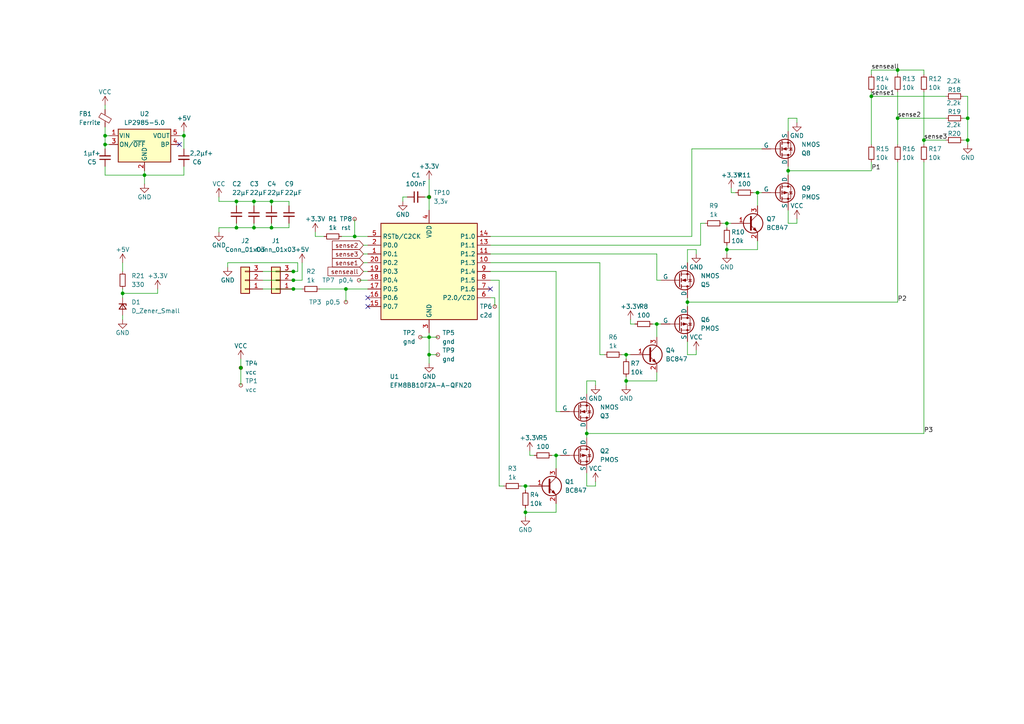
<source format=kicad_sch>
(kicad_sch (version 20230121) (generator eeschema)
  (paper "A4")
  (lib_symbols
    (symbol "Connector:TestPoint_Small" (pin_numbers hide) (pin_names (offset 0.762) hide)
      (property "Reference" "TP" (at 0 3.81 0))
      (property "Value" "TestPoint_Small" (at 0 2.032 0))
      (symbol "TestPoint_Small_0_1"
        (circle (center 0 0) (radius 0.508))
      )
      (symbol "TestPoint_Small_1_1"
        (pin passive line (at 0 0 90) (length 0) (name "1") (number "1"))
      )
    )
    (symbol "Connector_Generic:Conn_01x03" (pin_names (offset 1.016) hide)
      (property "Reference" "J" (at 0 5.08 0))
      (property "Value" "Conn_01x03" (at 0 -5.08 0))
      (symbol "Conn_01x03_1_1"
        (rectangle (start -1.27 -2.413) (end 0 -2.667) (stroke (width 0.1524)))
        (rectangle (start -1.27 0.127) (end 0 -0.127) (stroke (width 0.1524)))
        (rectangle (start -1.27 2.667) (end 0 2.413) (stroke (width 0.1524)))
        (rectangle (start -1.27 3.81) (end 1.27 -3.81) (stroke (width 0.254)) (fill (type background)))
        (pin passive line (at -5.08 2.54 0) (length 3.81) (name "Pin_1") (number "1"))
        (pin passive line (at -5.08 0 0) (length 3.81) (name "Pin_2") (number "2"))
        (pin passive line (at -5.08 -2.54 0) (length 3.81) (name "Pin_3") (number "3"))
      )
    )
    (symbol "Device:C_Small" (pin_numbers hide) (pin_names (offset 0.254) hide)
      (property "Reference" "C" (at 0.254 1.778 0))
      (property "Value" "C_Small" (at 0.254 -2.032 0))
      (symbol "C_Small_0_1"
        (polyline (pts (xy -1.524 -0.508) (xy 1.524 -0.508)) (stroke (width 0.3302)))
        (polyline (pts (xy -1.524 0.508) (xy 1.524 0.508)) (stroke (width 0.3048)))
      )
      (symbol "C_Small_1_1"
        (pin passive line (at 0 2.54 270) (length 2.032) (name "~") (number "1"))
        (pin passive line (at 0 -2.54 90) (length 2.032) (name "~") (number "2"))
      )
    )
    (symbol "Device:D_Zener_Small" (pin_numbers hide) (pin_names (offset 0.254) hide)
      (property "Reference" "D" (at 0 2.286 0))
      (property "Value" "D_Zener_Small" (at 0 -2.286 0))
      (symbol "D_Zener_Small_0_1"
        (polyline (pts (xy 0.762 0) (xy -0.762 0)))
        (polyline (pts (xy -0.254 1.016) (xy -0.762 1.016) (xy -0.762 -1.016)) (stroke (width 0.254)))
        (polyline (pts (xy 0.762 1.016) (xy -0.762 0) (xy 0.762 -1.016) (xy 0.762 1.016)) (stroke (width 0.254)))
      )
      (symbol "D_Zener_Small_1_1"
        (pin passive line (at -2.54 0 0) (length 1.778) (name "K") (number "1"))
        (pin passive line (at 2.54 0 180) (length 1.778) (name "A") (number "2"))
      )
    )
    (symbol "Device:FerriteBead_Small" (pin_numbers hide) (pin_names (offset 0))
      (property "Reference" "FB" (at 1.905 1.27 0))
      (property "Value" "FerriteBead_Small" (at 1.905 -1.27 0))
      (symbol "FerriteBead_Small_0_1"
        (polyline (pts (xy 0 -1.27) (xy 0 -0.7874)))
        (polyline (pts (xy 0 0.889) (xy 0 1.2954)))
        (polyline (pts (xy -1.8288 0.2794) (xy -1.1176 1.4986) (xy 1.8288 -0.2032) (xy 1.1176 -1.4224) (xy -1.8288 0.2794)))
      )
      (symbol "FerriteBead_Small_1_1"
        (pin passive line (at 0 2.54 270) (length 1.27) (name "~") (number "1"))
        (pin passive line (at 0 -2.54 90) (length 1.27) (name "~") (number "2"))
      )
    )
    (symbol "Device:R_Small" (pin_numbers hide) (pin_names (offset 0.254) hide)
      (property "Reference" "R" (at 0.762 0.508 0))
      (property "Value" "R_Small" (at 0.762 -1.016 0))
      (symbol "R_Small_0_1"
        (rectangle (start -0.762 1.778) (end 0.762 -1.778) (stroke (width 0.2032)))
      )
      (symbol "R_Small_1_1"
        (pin passive line (at 0 2.54 270) (length 0.762) (name "~") (number "1"))
        (pin passive line (at 0 -2.54 90) (length 0.762) (name "~") (number "2"))
      )
    )
    (symbol "MCU_SiliconLabs:EFM8BB10F2A-A-QFN20"
      (property "Reference" "U" (at -13.97 15.24 0))
      (property "Value" "EFM8BB10F2A-A-QFN20" (at 1.27 15.24 0))
      (symbol "EFM8BB10F2A-A-QFN20_0_1"
        (rectangle (start -13.97 13.97) (end 13.97 -13.97) (stroke (width 0.254)) (fill (type background)))
        (pin bidirectional line (at -17.78 5.08 0) (length 3.81) (name "P0.1") (number "1"))
        (pin bidirectional line (at 17.78 2.54 180) (length 3.81) (name "P1.3") (number "10"))
        (pin bidirectional line (at 17.78 5.08 180) (length 3.81) (name "P1.2") (number "11"))
        (pin passive line (at 0 -17.78 90) (length 3.81) hide (name "GND") (number "12"))
        (pin bidirectional line (at 17.78 7.62 180) (length 3.81) (name "P1.1") (number "13"))
        (pin bidirectional line (at 17.78 10.16 180) (length 3.81) (name "P1.0") (number "14"))
        (pin bidirectional line (at -17.78 -10.16 0) (length 3.81) (name "P0.7") (number "15"))
        (pin bidirectional line (at -17.78 -7.62 0) (length 3.81) (name "P0.6") (number "16"))
        (pin bidirectional line (at -17.78 -5.08 0) (length 3.81) (name "P0.5") (number "17"))
        (pin bidirectional line (at -17.78 -2.54 0) (length 3.81) (name "P0.4") (number "18"))
        (pin bidirectional line (at -17.78 0 0) (length 3.81) (name "P0.3") (number "19"))
        (pin bidirectional line (at -17.78 7.62 0) (length 3.81) (name "P0.0") (number "2"))
        (pin bidirectional line (at -17.78 2.54 0) (length 3.81) (name "P0.2") (number "20"))
        (pin passive line (at 0 -17.78 90) (length 3.81) hide (name "GND") (number "21"))
        (pin power_in line (at 0 -17.78 90) (length 3.81) (name "GND") (number "3"))
        (pin power_in line (at 0 17.78 270) (length 3.81) (name "VDD") (number "4"))
        (pin input line (at -17.78 10.16 0) (length 3.81) (name "RSTb/C2CK") (number "5"))
        (pin bidirectional line (at 17.78 -7.62 180) (length 3.81) (name "P2.0/C2D") (number "6"))
        (pin bidirectional line (at 17.78 -5.08 180) (length 3.81) (name "P1.6") (number "7"))
        (pin bidirectional line (at 17.78 -2.54 180) (length 3.81) (name "P1.5") (number "8"))
        (pin bidirectional line (at 17.78 0 180) (length 3.81) (name "P1.4") (number "9"))
      )
    )
    (symbol "Regulator_Linear:LP2985-5.0" (pin_names (offset 0.254))
      (property "Reference" "U" (at -6.35 5.715 0))
      (property "Value" "LP2985-5.0" (at 0 5.715 0))
      (symbol "LP2985-5.0_0_1"
        (rectangle (start -7.62 -5.08) (end 7.62 4.445) (stroke (width 0.254)) (fill (type background)))
      )
      (symbol "LP2985-5.0_1_1"
        (pin power_in line (at -10.16 2.54 0) (length 2.54) (name "VIN") (number "1"))
        (pin power_in line (at 0 -7.62 90) (length 2.54) (name "GND") (number "2"))
        (pin input line (at -10.16 0 0) (length 2.54) (name "ON/~{OFF}") (number "3"))
        (pin input line (at 10.16 0 180) (length 2.54) (name "BP") (number "4"))
        (pin power_out line (at 10.16 2.54 180) (length 2.54) (name "VOUT") (number "5"))
      )
    )
    (symbol "Simulation_SPICE:NMOS" (pin_numbers hide) (pin_names (offset 0))
      (property "Reference" "Q" (at 5.08 1.27 0))
      (property "Value" "NMOS" (at 5.08 -1.27 0))
      (symbol "NMOS_0_1"
        (polyline (pts (xy 0.254 0) (xy -2.54 0)))
        (polyline (pts (xy 0.254 1.905) (xy 0.254 -1.905)) (stroke (width 0.254)))
        (polyline (pts (xy 0.762 -1.27) (xy 0.762 -2.286)) (stroke (width 0.254)))
        (polyline (pts (xy 0.762 0.508) (xy 0.762 -0.508)) (stroke (width 0.254)))
        (polyline (pts (xy 0.762 2.286) (xy 0.762 1.27)) (stroke (width 0.254)))
        (polyline (pts (xy 2.54 2.54) (xy 2.54 1.778)))
        (polyline (pts (xy 2.54 -2.54) (xy 2.54 0) (xy 0.762 0)))
        (polyline (pts (xy 0.762 -1.778) (xy 3.302 -1.778) (xy 3.302 1.778) (xy 0.762 1.778)))
        (polyline (pts (xy 1.016 0) (xy 2.032 0.381) (xy 2.032 -0.381) (xy 1.016 0)) (fill (type outline)))
        (polyline (pts (xy 2.794 0.508) (xy 2.921 0.381) (xy 3.683 0.381) (xy 3.81 0.254)))
        (polyline (pts (xy 3.302 0.381) (xy 2.921 -0.254) (xy 3.683 -0.254) (xy 3.302 0.381)))
        (circle (center 1.651 0) (radius 2.794) (stroke (width 0.254)))
        (circle (center 2.54 -1.778) (radius 0.254) (fill (type outline)))
        (circle (center 2.54 1.778) (radius 0.254) (fill (type outline)))
      )
      (symbol "NMOS_1_1"
        (pin passive line (at 2.54 5.08 270) (length 2.54) (name "D") (number "1"))
        (pin input line (at -5.08 0 0) (length 2.54) (name "G") (number "2"))
        (pin passive line (at 2.54 -5.08 90) (length 2.54) (name "S") (number "3"))
      )
    )
    (symbol "Simulation_SPICE:PMOS" (pin_numbers hide) (pin_names (offset 0))
      (property "Reference" "Q" (at 5.08 1.27 0))
      (property "Value" "PMOS" (at 5.08 -1.27 0))
      (symbol "PMOS_0_1"
        (polyline (pts (xy 0.254 0) (xy -2.54 0)))
        (polyline (pts (xy 0.254 1.905) (xy 0.254 -1.905)) (stroke (width 0.254)))
        (polyline (pts (xy 0.762 -1.27) (xy 0.762 -2.286)) (stroke (width 0.254)))
        (polyline (pts (xy 0.762 0.508) (xy 0.762 -0.508)) (stroke (width 0.254)))
        (polyline (pts (xy 0.762 2.286) (xy 0.762 1.27)) (stroke (width 0.254)))
        (polyline (pts (xy 2.54 2.54) (xy 2.54 1.778)))
        (polyline (pts (xy 2.54 -2.54) (xy 2.54 0) (xy 0.762 0)))
        (polyline (pts (xy 0.762 1.778) (xy 3.302 1.778) (xy 3.302 -1.778) (xy 0.762 -1.778)))
        (polyline (pts (xy 2.286 0) (xy 1.27 0.381) (xy 1.27 -0.381) (xy 2.286 0)) (fill (type outline)))
        (polyline (pts (xy 2.794 -0.508) (xy 2.921 -0.381) (xy 3.683 -0.381) (xy 3.81 -0.254)))
        (polyline (pts (xy 3.302 -0.381) (xy 2.921 0.254) (xy 3.683 0.254) (xy 3.302 -0.381)))
        (circle (center 1.651 0) (radius 2.794) (stroke (width 0.254)))
        (circle (center 2.54 -1.778) (radius 0.254) (fill (type outline)))
        (circle (center 2.54 1.778) (radius 0.254) (fill (type outline)))
      )
      (symbol "PMOS_1_1"
        (pin passive line (at 2.54 5.08 270) (length 2.54) (name "D") (number "1"))
        (pin input line (at -5.08 0 0) (length 2.54) (name "G") (number "2"))
        (pin passive line (at 2.54 -5.08 90) (length 2.54) (name "S") (number "3"))
      )
    )
    (symbol "Transistor_BJT:BC847" (pin_names (offset 0) hide)
      (property "Reference" "Q" (at 5.08 1.905 0))
      (property "Value" "BC847" (at 5.08 0 0))
      (symbol "BC847_0_1"
        (polyline (pts (xy 0.635 0.635) (xy 2.54 2.54)))
        (polyline (pts (xy 0.635 -0.635) (xy 2.54 -2.54) (xy 2.54 -2.54)))
        (polyline (pts (xy 0.635 1.905) (xy 0.635 -1.905) (xy 0.635 -1.905)) (stroke (width 0.508)))
        (polyline (pts (xy 1.27 -1.778) (xy 1.778 -1.27) (xy 2.286 -2.286) (xy 1.27 -1.778) (xy 1.27 -1.778)) (fill (type outline)))
        (circle (center 1.27 0) (radius 2.8194) (stroke (width 0.254)))
      )
      (symbol "BC847_1_1"
        (pin input line (at -5.08 0 0) (length 5.715) (name "B") (number "1"))
        (pin passive line (at 2.54 -5.08 90) (length 2.54) (name "E") (number "2"))
        (pin passive line (at 2.54 5.08 270) (length 2.54) (name "C") (number "3"))
      )
    )
    (symbol "power:+3.3V" (power) (pin_names (offset 0))
      (property "Value" "+3.3V" (at 0 3.556 0))
      (symbol "+3.3V_0_1"
        (polyline (pts (xy -0.762 1.27) (xy 0 2.54)))
        (polyline (pts (xy 0 0) (xy 0 2.54)))
        (polyline (pts (xy 0 2.54) (xy 0.762 1.27)))
      )
      (symbol "+3.3V_1_1"
        (pin power_in line (at 0 0 90) (length 0) hide (name "+3.3V") (number "1"))
      )
    )
    (symbol "power:+5V" (power) (pin_names (offset 0))
      (property "Value" "+5V" (at 0 3.556 0))
      (symbol "+5V_0_1"
        (polyline (pts (xy -0.762 1.27) (xy 0 2.54)))
        (polyline (pts (xy 0 0) (xy 0 2.54)))
        (polyline (pts (xy 0 2.54) (xy 0.762 1.27)))
      )
      (symbol "+5V_1_1"
        (pin power_in line (at 0 0 90) (length 0) hide (name "+5V") (number "1"))
      )
    )
    (symbol "power:GND" (power) (pin_names (offset 0))
      (property "Value" "GND" (at 0 -3.81 0))
      (symbol "GND_0_1"
        (polyline (pts (xy 0 0) (xy 0 -1.27) (xy 1.27 -1.27) (xy 0 -2.54) (xy -1.27 -1.27) (xy 0 -1.27)))
      )
      (symbol "GND_1_1"
        (pin power_in line (at 0 0 270) (length 0) hide (name "GND") (number "1"))
      )
    )
    (symbol "power:VCC" (power) (pin_names (offset 0))
      (property "Value" "VCC" (at 0 3.81 0))
      (symbol "VCC_0_1"
        (polyline (pts (xy -0.762 1.27) (xy 0 2.54)))
        (polyline (pts (xy 0 0) (xy 0 2.54)))
        (polyline (pts (xy 0 2.54) (xy 0.762 1.27)))
      )
      (symbol "VCC_1_1"
        (pin power_in line (at 0 0 90) (length 0) hide (name "VCC") (number "1"))
      )
    )
  )
  (junction (at 190.5 93.98))
  (junction (at 260.35 20.32))
  (junction (at 41.91 50.8))
  (junction (at 219.71 55.88))
  (junction (at 252.73 27.94))
  (junction (at 152.4 148.59))
  (junction (at 199.39 87.63))
  (junction (at 210.82 64.77))
  (junction (at 35.56 85.09))
  (junction (at 69.85 106.68))
  (junction (at 181.61 102.87))
  (junction (at 124.46 97.79))
  (junction (at 181.61 110.49))
  (junction (at 280.67 40.64))
  (junction (at 68.58 58.42))
  (junction (at 100.33 83.82))
  (junction (at 124.46 57.15))
  (junction (at 228.6 49.53))
  (junction (at 78.74 58.42))
  (junction (at 78.74 66.04))
  (junction (at 260.35 34.29))
  (junction (at 53.34 39.37))
  (junction (at 85.09 83.82))
  (junction (at 68.58 66.04))
  (junction (at 85.09 78.74))
  (junction (at 73.66 58.42))
  (junction (at 30.48 39.37))
  (junction (at 73.66 66.04))
  (junction (at 267.97 40.64))
  (junction (at 102.87 68.58))
  (junction (at 161.29 132.08))
  (junction (at 152.4 140.97))
  (junction (at 85.09 81.28))
  (junction (at 170.18 125.73))
  (junction (at 280.67 34.29))
  (junction (at 30.48 41.91))
  (junction (at 210.82 72.39))
  (junction (at 124.46 102.87))
  (no_connect (at 106.68 88.9))
  (no_connect (at 52.07 41.91))
  (no_connect (at 106.68 86.36))
  (no_connect (at 142.24 83.82))
  (wire (pts (xy 172.72 140.97) (xy 170.18 140.97)))
  (wire (pts (xy 124.46 97.79) (xy 124.46 96.52)))
  (wire (pts (xy 124.46 102.87) (xy 127 102.87)))
  (wire (pts (xy 105.41 78.74) (xy 106.68 78.74)))
  (wire (pts (xy 162.56 119.38) (xy 161.29 119.38)))
  (wire (pts (xy 161.29 78.74) (xy 142.24 78.74)))
  (wire (pts (xy 228.6 60.96) (xy 228.6 64.77)))
  (wire (pts (xy 86.36 76.2) (xy 66.04 76.2)))
  (wire (pts (xy 203.2 64.77) (xy 203.2 71.12)))
  (wire (pts (xy 201.93 102.87) (xy 199.39 102.87)))
  (wire (pts (xy 144.78 140.97) (xy 144.78 81.28)))
  (wire (pts (xy 63.5 58.42) (xy 68.58 58.42)))
  (wire (pts (xy 190.5 73.66) (xy 142.24 73.66)))
  (wire (pts (xy 260.35 87.63) (xy 199.39 87.63)))
  (wire (pts (xy 41.91 50.8) (xy 53.34 50.8)))
  (wire (pts (xy 170.18 125.73) (xy 170.18 127)))
  (wire (pts (xy 76.2 81.28) (xy 85.09 81.28)))
  (wire (pts (xy 73.66 66.04) (xy 68.58 66.04)))
  (wire (pts (xy 124.46 102.87) (xy 124.46 97.79)))
  (wire (pts (xy 143.51 88.9) (xy 143.51 86.36)))
  (wire (pts (xy 199.39 87.63) (xy 199.39 88.9)))
  (wire (pts (xy 30.48 36.83) (xy 30.48 39.37)))
  (wire (pts (xy 267.97 20.32) (xy 260.35 20.32)))
  (wire (pts (xy 228.6 49.53) (xy 252.73 49.53)))
  (wire (pts (xy 78.74 66.04) (xy 83.82 66.04)))
  (wire (pts (xy 53.34 48.26) (xy 53.34 50.8)))
  (wire (pts (xy 199.39 72.39) (xy 199.39 76.2)))
  (wire (pts (xy 267.97 46.99) (xy 267.97 125.73)))
  (wire (pts (xy 231.14 64.77) (xy 228.6 64.77)))
  (wire (pts (xy 152.4 140.97) (xy 153.67 140.97)))
  (wire (pts (xy 219.71 72.39) (xy 210.82 72.39)))
  (wire (pts (xy 30.48 30.48) (xy 30.48 31.75)))
  (wire (pts (xy 231.14 34.29) (xy 228.6 34.29)))
  (wire (pts (xy 73.66 59.69) (xy 73.66 58.42)))
  (wire (pts (xy 160.02 132.08) (xy 161.29 132.08)))
  (wire (pts (xy 228.6 49.53) (xy 228.6 50.8)))
  (wire (pts (xy 30.48 39.37) (xy 31.75 39.37)))
  (wire (pts (xy 31.75 41.91) (xy 30.48 41.91)))
  (wire (pts (xy 78.74 58.42) (xy 83.82 58.42)))
  (wire (pts (xy 181.61 110.49) (xy 181.61 109.22)))
  (wire (pts (xy 153.67 132.08) (xy 154.94 132.08)))
  (wire (pts (xy 260.35 46.99) (xy 260.35 87.63)))
  (wire (pts (xy 173.99 102.87) (xy 175.26 102.87)))
  (wire (pts (xy 267.97 40.64) (xy 274.32 40.64)))
  (wire (pts (xy 209.55 64.77) (xy 210.82 64.77)))
  (wire (pts (xy 152.4 149.86) (xy 152.4 148.59)))
  (wire (pts (xy 252.73 26.67) (xy 252.73 27.94)))
  (wire (pts (xy 172.72 140.97) (xy 172.72 139.7)))
  (wire (pts (xy 201.93 73.66) (xy 201.93 72.39)))
  (wire (pts (xy 228.6 34.29) (xy 228.6 38.1)))
  (wire (pts (xy 173.99 102.87) (xy 173.99 76.2)))
  (wire (pts (xy 124.46 57.15) (xy 124.46 60.96)))
  (wire (pts (xy 99.06 68.58) (xy 102.87 68.58)))
  (wire (pts (xy 144.78 81.28) (xy 142.24 81.28)))
  (wire (pts (xy 76.2 83.82) (xy 85.09 83.82)))
  (wire (pts (xy 91.44 67.31) (xy 91.44 68.58)))
  (wire (pts (xy 30.48 39.37) (xy 30.48 41.91)))
  (wire (pts (xy 52.07 39.37) (xy 53.34 39.37)))
  (wire (pts (xy 45.72 83.82) (xy 45.72 85.09)))
  (wire (pts (xy 203.2 71.12) (xy 142.24 71.12)))
  (wire (pts (xy 219.71 69.85) (xy 219.71 72.39)))
  (wire (pts (xy 231.14 64.77) (xy 231.14 63.5)))
  (wire (pts (xy 105.41 71.12) (xy 106.68 71.12)))
  (wire (pts (xy 73.66 64.77) (xy 73.66 66.04)))
  (wire (pts (xy 260.35 34.29) (xy 274.32 34.29)))
  (wire (pts (xy 267.97 40.64) (xy 267.97 41.91)))
  (wire (pts (xy 170.18 137.16) (xy 170.18 140.97)))
  (wire (pts (xy 219.71 59.69) (xy 219.71 55.88)))
  (wire (pts (xy 228.6 48.26) (xy 228.6 49.53)))
  (wire (pts (xy 173.99 76.2) (xy 142.24 76.2)))
  (wire (pts (xy 124.46 57.15) (xy 123.19 57.15)))
  (wire (pts (xy 267.97 26.67) (xy 267.97 40.64)))
  (wire (pts (xy 30.48 50.8) (xy 41.91 50.8)))
  (wire (pts (xy 78.74 66.04) (xy 73.66 66.04)))
  (wire (pts (xy 30.48 41.91) (xy 30.48 43.18)))
  (wire (pts (xy 219.71 55.88) (xy 220.98 55.88)))
  (wire (pts (xy 116.84 57.15) (xy 118.11 57.15)))
  (wire (pts (xy 151.13 140.97) (xy 152.4 140.97)))
  (wire (pts (xy 104.14 81.28) (xy 106.68 81.28)))
  (wire (pts (xy 152.4 140.97) (xy 152.4 142.24)))
  (wire (pts (xy 161.29 148.59) (xy 152.4 148.59)))
  (wire (pts (xy 279.4 40.64) (xy 280.67 40.64)))
  (wire (pts (xy 102.87 63.5) (xy 102.87 68.58)))
  (wire (pts (xy 252.73 21.59) (xy 252.73 20.32)))
  (wire (pts (xy 105.41 73.66) (xy 106.68 73.66)))
  (wire (pts (xy 170.18 124.46) (xy 170.18 125.73)))
  (wire (pts (xy 73.66 58.42) (xy 68.58 58.42)))
  (wire (pts (xy 280.67 41.91) (xy 280.67 40.64)))
  (wire (pts (xy 231.14 35.56) (xy 231.14 34.29)))
  (wire (pts (xy 190.5 97.79) (xy 190.5 93.98)))
  (wire (pts (xy 170.18 125.73) (xy 267.97 125.73)))
  (wire (pts (xy 69.85 106.68) (xy 69.85 111.76)))
  (wire (pts (xy 68.58 58.42) (xy 68.58 59.69)))
  (wire (pts (xy 190.5 110.49) (xy 181.61 110.49)))
  (wire (pts (xy 76.2 78.74) (xy 85.09 78.74)))
  (wire (pts (xy 92.71 83.82) (xy 100.33 83.82)))
  (wire (pts (xy 35.56 85.09) (xy 35.56 86.36)))
  (wire (pts (xy 30.48 48.26) (xy 30.48 50.8)))
  (wire (pts (xy 161.29 146.05) (xy 161.29 148.59)))
  (wire (pts (xy 260.35 34.29) (xy 260.35 41.91)))
  (wire (pts (xy 78.74 58.42) (xy 73.66 58.42)))
  (wire (pts (xy 91.44 68.58) (xy 93.98 68.58)))
  (wire (pts (xy 172.72 110.49) (xy 170.18 110.49)))
  (wire (pts (xy 121.92 97.79) (xy 124.46 97.79)))
  (wire (pts (xy 153.67 130.81) (xy 153.67 132.08)))
  (wire (pts (xy 182.88 93.98) (xy 184.15 93.98)))
  (wire (pts (xy 267.97 21.59) (xy 267.97 20.32)))
  (wire (pts (xy 85.09 81.28) (xy 87.63 81.28)))
  (wire (pts (xy 41.91 50.8) (xy 41.91 53.34)))
  (wire (pts (xy 102.87 68.58) (xy 106.68 68.58)))
  (wire (pts (xy 124.46 52.07) (xy 124.46 57.15)))
  (wire (pts (xy 212.09 55.88) (xy 213.36 55.88)))
  (wire (pts (xy 199.39 99.06) (xy 199.39 102.87)))
  (wire (pts (xy 45.72 85.09) (xy 35.56 85.09)))
  (wire (pts (xy 35.56 76.2) (xy 35.56 78.74)))
  (wire (pts (xy 100.33 83.82) (xy 106.68 83.82)))
  (wire (pts (xy 200.66 43.18) (xy 200.66 68.58)))
  (wire (pts (xy 180.34 102.87) (xy 181.61 102.87)))
  (wire (pts (xy 63.5 66.04) (xy 63.5 67.31)))
  (wire (pts (xy 35.56 92.71) (xy 35.56 91.44)))
  (wire (pts (xy 204.47 64.77) (xy 203.2 64.77)))
  (wire (pts (xy 181.61 102.87) (xy 181.61 104.14)))
  (wire (pts (xy 279.4 34.29) (xy 280.67 34.29)))
  (wire (pts (xy 212.09 54.61) (xy 212.09 55.88)))
  (wire (pts (xy 83.82 66.04) (xy 83.82 64.77)))
  (wire (pts (xy 252.73 20.32) (xy 260.35 20.32)))
  (wire (pts (xy 35.56 85.09) (xy 35.56 83.82)))
  (wire (pts (xy 85.09 78.74) (xy 86.36 78.74)))
  (wire (pts (xy 252.73 46.99) (xy 252.73 49.53)))
  (wire (pts (xy 280.67 40.64) (xy 280.67 34.29)))
  (wire (pts (xy 210.82 71.12) (xy 210.82 72.39)))
  (wire (pts (xy 172.72 111.76) (xy 172.72 110.49)))
  (wire (pts (xy 181.61 102.87) (xy 182.88 102.87)))
  (wire (pts (xy 142.24 86.36) (xy 143.51 86.36)))
  (wire (pts (xy 161.29 132.08) (xy 162.56 132.08)))
  (wire (pts (xy 85.09 83.82) (xy 87.63 83.82)))
  (wire (pts (xy 220.98 43.18) (xy 200.66 43.18)))
  (wire (pts (xy 190.5 81.28) (xy 191.77 81.28)))
  (wire (pts (xy 124.46 105.41) (xy 124.46 102.87)))
  (wire (pts (xy 218.44 55.88) (xy 219.71 55.88)))
  (wire (pts (xy 146.05 140.97) (xy 144.78 140.97)))
  (wire (pts (xy 68.58 66.04) (xy 63.5 66.04)))
  (wire (pts (xy 190.5 93.98) (xy 191.77 93.98)))
  (wire (pts (xy 280.67 27.94) (xy 279.4 27.94)))
  (wire (pts (xy 161.29 135.89) (xy 161.29 132.08)))
  (wire (pts (xy 53.34 38.1) (xy 53.34 39.37)))
  (wire (pts (xy 170.18 110.49) (xy 170.18 114.3)))
  (wire (pts (xy 66.04 76.2) (xy 66.04 77.47)))
  (wire (pts (xy 201.93 102.87) (xy 201.93 101.6)))
  (wire (pts (xy 280.67 34.29) (xy 280.67 27.94)))
  (wire (pts (xy 68.58 64.77) (xy 68.58 66.04)))
  (wire (pts (xy 69.85 104.14) (xy 69.85 106.68)))
  (wire (pts (xy 190.5 81.28) (xy 190.5 73.66)))
  (wire (pts (xy 116.84 58.42) (xy 116.84 57.15)))
  (wire (pts (xy 201.93 72.39) (xy 199.39 72.39)))
  (wire (pts (xy 78.74 64.77) (xy 78.74 66.04)))
  (wire (pts (xy 252.73 27.94) (xy 252.73 41.91)))
  (wire (pts (xy 260.35 26.67) (xy 260.35 34.29)))
  (wire (pts (xy 105.41 76.2) (xy 106.68 76.2)))
  (wire (pts (xy 181.61 111.76) (xy 181.61 110.49)))
  (wire (pts (xy 63.5 57.15) (xy 63.5 58.42)))
  (wire (pts (xy 53.34 39.37) (xy 53.34 43.18)))
  (wire (pts (xy 210.82 64.77) (xy 210.82 66.04)))
  (wire (pts (xy 210.82 72.39) (xy 210.82 73.66)))
  (wire (pts (xy 41.91 49.53) (xy 41.91 50.8)))
  (wire (pts (xy 252.73 27.94) (xy 274.32 27.94)))
  (wire (pts (xy 199.39 86.36) (xy 199.39 87.63)))
  (wire (pts (xy 124.46 97.79) (xy 127 97.79)))
  (wire (pts (xy 182.88 92.71) (xy 182.88 93.98)))
  (wire (pts (xy 78.74 59.69) (xy 78.74 58.42)))
  (wire (pts (xy 200.66 68.58) (xy 142.24 68.58)))
  (wire (pts (xy 210.82 64.77) (xy 212.09 64.77)))
  (wire (pts (xy 161.29 119.38) (xy 161.29 78.74)))
  (wire (pts (xy 83.82 58.42) (xy 83.82 59.69)))
  (wire (pts (xy 189.23 93.98) (xy 190.5 93.98)))
  (wire (pts (xy 260.35 20.32) (xy 260.35 21.59)))
  (wire (pts (xy 100.33 83.82) (xy 100.33 87.63)))
  (wire (pts (xy 87.63 81.28) (xy 87.63 76.2)))
  (wire (pts (xy 86.36 78.74) (xy 86.36 76.2)))
  (wire (pts (xy 190.5 107.95) (xy 190.5 110.49)))
  (wire (pts (xy 152.4 148.59) (xy 152.4 147.32)))
  (label "sense3" (at 267.97 40.64 0))
  (label "sense1" (at 252.73 27.94 0))
  (label "P2" (at 260.35 87.63 0))
  (label "P3" (at 267.97 125.73 0))
  (label "P1" (at 252.73 49.53 0))
  (label "sense2" (at 260.35 34.29 0))
  (label "senseall" (at 252.73 20.32 0))
  (global_label "sense2" (shape input) (at 105.41 71.12 180) (property "Intersheetrefs" "${INTERSHEET_REFS}" (effects hide)))
  (global_label "sense1" (shape input) (at 105.41 76.2 180) (property "Intersheetrefs" "${INTERSHEET_REFS}" (effects hide)))
  (global_label "sense3" (shape input) (at 105.41 73.66 180) (property "Intersheetrefs" "${INTERSHEET_REFS}" (effects hide)))
  (global_label "senseall" (shape input) (at 105.41 78.74 180) (property "Intersheetrefs" "${INTERSHEET_REFS}" (effects hide)))
  (symbol (lib_id "power:GND") (at 172.72 111.76 0) (unit 1)
    (property "Reference" "#PWR09" (effects hide))
    (property "Value" "GND" (at 172.72 115.57 0))
  )
  (symbol (lib_id "Device:R_Small") (at 148.59 140.97 90) (unit 1)
    (property "Reference" "R3" (at 148.59 135.89 90))
    (property "Value" "1k" (at 148.59 138.43 90))
    (property "Footprint" "Resistor_SMD:R_0402_1005Metric" (effects hide))
  )
  (symbol (lib_id "Connector:TestPoint_Small") (at 127 102.87 180) (unit 1)
    (property "Reference" "TP9" (at 128.27 101.6 0) (effects (justify right)))
    (property "Value" "gnd" (at 128.27 104.14 0) (effects (justify right)))
    (property "Footprint" "TestPoint:TestPoint_Pad_D1.0mm" (effects hide))
  )
  (symbol (lib_id "power:GND") (at 181.61 111.76 0) (unit 1)
    (property "Reference" "#PWR011" (effects hide))
    (property "Value" "GND" (at 181.61 115.57 0))
  )
  (symbol (lib_id "Device:R_Small") (at 177.8 102.87 90) (unit 1)
    (property "Reference" "R6" (at 177.8 97.79 90))
    (property "Value" "1k" (at 177.8 100.33 90))
    (property "Footprint" "Resistor_SMD:R_0402_1005Metric" (effects hide))
  )
  (symbol (lib_id "Device:R_Small") (at 260.35 24.13 180) (unit 1)
    (property "Reference" "R13" (at 261.62 22.86 0) (effects (justify right)))
    (property "Value" "10k" (at 261.62 25.4 0) (effects (justify right)))
    (property "Footprint" "Resistor_SMD:R_0402_1005Metric" (effects hide))
  )
  (symbol (lib_id "Device:R_Small") (at 252.73 44.45 180) (unit 1)
    (property "Reference" "R15" (at 254 43.18 0) (effects (justify right)))
    (property "Value" "10k" (at 254 45.72 0) (effects (justify right)))
    (property "Footprint" "Resistor_SMD:R_0402_1005Metric" (effects hide))
  )
  (symbol (lib_id "Device:C_Small") (at 68.58 62.23 0) (unit 1)
    (property "Reference" "C2" (at 67.31 53.34 0) (effects (justify left)))
    (property "Value" "22µF" (at 67.31 55.88 0) (effects (justify left)))
    (property "Footprint" "Capacitor_SMD:C_0805_2012Metric" (effects hide))
  )
  (symbol (lib_id "power:+5V") (at 87.63 76.2 0) (unit 1)
    (property "Reference" "#PWR023" (effects hide))
    (property "Value" "+5V" (at 87.63 72.39 0))
  )
  (symbol (lib_id "power:GND") (at 35.56 92.71 0) (unit 1)
    (property "Reference" "#PWR028" (effects hide))
    (property "Value" "GND" (at 35.56 96.52 0))
  )
  (symbol (lib_id "Regulator_Linear:LP2985-5.0") (at 41.91 41.91 0) (unit 1)
    (property "Reference" "U2" (at 41.91 33.02 0))
    (property "Value" "LP2985-5.0" (at 41.91 35.56 0))
    (property "Footprint" "Package_TO_SOT_SMD:SOT-23-5" (effects hide))
    (property "Datasheet" "http://www.ti.com/lit/ds/symlink/lp2985.pdf" (effects hide))
  )
  (symbol (lib_id "Simulation_SPICE:PMOS") (at 196.85 93.98 0) (unit 1)
    (property "Reference" "Q6" (at 203.2 92.71 0) (effects (justify left)))
    (property "Value" "PMOS" (at 203.2 95.25 0) (effects (justify left)))
    (property "Footprint" "Package_DFN_QFN:DFN-8-1EP_3x3mm_P0.5mm_EP1.65x2.38mm" (effects hide))
    (property "Datasheet" "https://ngspice.sourceforge.io/docs/ngspice-manual.pdf" (effects hide))
    (property "Sim.Device" "PMOS" (effects hide))
    (property "Sim.Type" "VDMOS" (effects hide))
    (property "Sim.Pins" "1=D 2=G 3=S" (effects hide))
  )
  (symbol (lib_id "power:GND") (at 41.91 53.34 0) (unit 1)
    (property "Reference" "#PWR022" (effects hide))
    (property "Value" "GND" (at 41.91 57.15 0))
  )
  (symbol (lib_id "Device:C_Small") (at 83.82 62.23 0) (unit 1)
    (property "Reference" "C9" (at 82.55 53.34 0) (effects (justify left)))
    (property "Value" "22µF" (at 82.55 55.88 0) (effects (justify left)))
    (property "Footprint" "Capacitor_SMD:C_0805_2012Metric" (effects hide))
  )
  (symbol (lib_id "power:VCC") (at 231.14 63.5 0) (unit 1)
    (property "Reference" "#PWR018" (effects hide))
    (property "Value" "VCC" (at 231.14 59.69 0))
  )
  (symbol (lib_id "Device:R_Small") (at 181.61 106.68 180) (unit 1)
    (property "Reference" "R7" (at 182.88 105.41 0) (effects (justify right)))
    (property "Value" "10k" (at 182.88 107.95 0) (effects (justify right)))
    (property "Footprint" "Resistor_SMD:R_0402_1005Metric" (effects hide))
  )
  (symbol (lib_id "Device:R_Small") (at 252.73 24.13 180) (unit 1)
    (property "Reference" "R14" (at 254 22.86 0) (effects (justify right)))
    (property "Value" "10k" (at 254 25.4 0) (effects (justify right)))
    (property "Footprint" "Resistor_SMD:R_0402_1005Metric" (effects hide))
  )
  (symbol (lib_id "Device:R_Small") (at 152.4 144.78 180) (unit 1)
    (property "Reference" "R4" (at 153.67 143.51 0) (effects (justify right)))
    (property "Value" "10k" (at 153.67 146.05 0) (effects (justify right)))
    (property "Footprint" "Resistor_SMD:R_0402_1005Metric" (effects hide))
  )
  (symbol (lib_id "Device:R_Small") (at 276.86 27.94 270) (unit 1)
    (property "Reference" "R18" (at 278.765 26.035 90) (effects (justify right)))
    (property "Value" "2,2k" (at 278.765 23.495 90) (effects (justify right)))
    (property "Footprint" "Resistor_SMD:R_0402_1005Metric" (effects hide))
  )
  (symbol (lib_id "power:GND") (at 210.82 73.66 0) (unit 1)
    (property "Reference" "#PWR015" (effects hide))
    (property "Value" "GND" (at 210.82 77.47 0))
  )
  (symbol (lib_id "power:+5V") (at 53.34 38.1 0) (unit 1)
    (property "Reference" "#PWR027" (effects hide))
    (property "Value" "+5V" (at 53.34 34.29 0))
  )
  (symbol (lib_id "Device:C_Small") (at 78.74 62.23 0) (unit 1)
    (property "Reference" "C4" (at 77.47 53.34 0) (effects (justify left)))
    (property "Value" "22µF" (at 77.47 55.88 0) (effects (justify left)))
    (property "Footprint" "Capacitor_SMD:C_0805_2012Metric" (effects hide))
  )
  (symbol (lib_id "power:+3.3V") (at 45.72 83.82 0) (unit 1)
    (property "Reference" "#PWR031" (effects hide))
    (property "Value" "+3.3V" (at 45.72 80.01 0))
  )
  (symbol (lib_id "Device:R_Small") (at 96.52 68.58 90) (unit 1)
    (property "Reference" "R1" (at 96.52 63.5 90))
    (property "Value" "1k" (at 96.52 66.04 90))
    (property "Footprint" "Resistor_SMD:R_0402_1005Metric" (effects hide))
  )
  (symbol (lib_id "power:+3.3V") (at 182.88 92.71 0) (unit 1)
    (property "Reference" "#PWR012" (effects hide))
    (property "Value" "+3.3V" (at 182.88 88.9 0))
  )
  (symbol (lib_id "power:GND") (at 152.4 149.86 0) (unit 1)
    (property "Reference" "#PWR08" (effects hide))
    (property "Value" "GND" (at 152.4 153.67 0))
  )
  (symbol (lib_id "Connector:TestPoint_Small") (at 102.87 63.5 90) (unit 1)
    (property "Reference" "TP8" (at 100.33 63.5 90))
    (property "Value" "rst" (at 100.33 66.04 90))
    (property "Footprint" "TestPoint:TestPoint_Pad_D1.0mm" (effects hide))
  )
  (symbol (lib_id "Transistor_BJT:BC847") (at 158.75 140.97 0) (unit 1)
    (property "Reference" "Q1" (at 163.83 139.7 0) (effects (justify left)))
    (property "Value" "BC847" (at 163.83 142.24 0) (effects (justify left)))
    (property "Footprint" "Package_TO_SOT_SMD:SOT-23" (effects hide))
    (property "Datasheet" "http://www.infineon.com/dgdl/Infineon-BC847SERIES_BC848SERIES_BC849SERIES_BC850SERIES-DS-v01_01-en.pdf?fileId=db3a304314dca389011541d4630a1657" (effects hide))
  )
  (symbol (lib_id "Connector_Generic:Conn_01x03") (at 71.12 81.28 180) (unit 1)
    (property "Reference" "J2" (at 71.12 69.85 0))
    (property "Value" "Conn_01x03" (at 71.12 72.39 0))
    (property "Footprint" "Connector_PinHeader_2.54mm:PinHeader_1x03_P2.54mm_Vertical" (effects hide))
  )
  (symbol (lib_id "Connector:TestPoint_Small") (at 127 97.79 180) (unit 1)
    (property "Reference" "TP5" (at 128.27 96.52 0) (effects (justify right)))
    (property "Value" "gnd" (at 128.27 99.06 0) (effects (justify right)))
    (property "Footprint" "TestPoint:TestPoint_Pad_3.0x3.0mm" (effects hide))
  )
  (symbol (lib_id "power:VCC") (at 30.48 30.48 0) (unit 1)
    (property "Reference" "#PWR024" (effects hide))
    (property "Value" "VCC" (at 30.48 26.67 0))
  )
  (symbol (lib_id "Device:C_Small") (at 120.65 57.15 90) (unit 1)
    (property "Reference" "C1" (at 120.6563 50.8 90))
    (property "Value" "100nF" (at 120.6563 53.34 90))
    (property "Footprint" "Capacitor_SMD:C_0402_1005Metric" (effects hide))
  )
  (symbol (lib_id "power:GND") (at 124.46 105.41 0) (unit 1)
    (property "Reference" "#PWR02" (effects hide))
    (property "Value" "GND" (at 124.46 109.22 0))
  )
  (symbol (lib_id "Connector:TestPoint_Small") (at 124.46 57.15 180) (unit 1)
    (property "Reference" "TP10" (at 125.73 55.88 0) (effects (justify right)))
    (property "Value" "3,3v" (at 125.73 58.42 0) (effects (justify right)))
    (property "Footprint" "TestPoint:TestPoint_Pad_D1.0mm" (effects hide))
  )
  (symbol (lib_id "Device:R_Small") (at 186.69 93.98 90) (unit 1)
    (property "Reference" "R8" (at 186.69 88.9 90))
    (property "Value" "100" (at 186.69 91.44 90))
    (property "Footprint" "Resistor_SMD:R_0402_1005Metric" (effects hide))
  )
  (symbol (lib_id "power:+5V") (at 35.56 76.2 0) (unit 1)
    (property "Reference" "#PWR025" (effects hide))
    (property "Value" "+5V" (at 35.56 72.39 0))
  )
  (symbol (lib_id "Simulation_SPICE:PMOS") (at 167.64 132.08 0) (unit 1)
    (property "Reference" "Q2" (at 173.99 130.81 0) (effects (justify left)))
    (property "Value" "PMOS" (at 173.99 133.35 0) (effects (justify left)))
    (property "Footprint" "Package_DFN_QFN:DFN-8-1EP_3x3mm_P0.5mm_EP1.65x2.38mm" (effects hide))
    (property "Datasheet" "https://ngspice.sourceforge.io/docs/ngspice-manual.pdf" (effects hide))
    (property "Sim.Device" "PMOS" (effects hide))
    (property "Sim.Type" "VDMOS" (effects hide))
    (property "Sim.Pins" "1=D 2=G 3=S" (effects hide))
  )
  (symbol (lib_id "power:+3.3V") (at 124.46 52.07 0) (unit 1)
    (property "Reference" "#PWR01" (effects hide))
    (property "Value" "+3.3V" (at 124.46 48.26 0))
  )
  (symbol (lib_id "Simulation_SPICE:NMOS") (at 196.85 81.28 0) (mirror x) (unit 1)
    (property "Reference" "Q5" (at 203.2 82.55 0) (effects (justify left)))
    (property "Value" "NMOS" (at 203.2 80.01 0) (effects (justify left)))
    (property "Footprint" "Package_DFN_QFN:DFN-8-1EP_3x3mm_P0.5mm_EP1.65x2.38mm" (effects hide))
    (property "Datasheet" "https://ngspice.sourceforge.io/docs/ngspice-manual.pdf" (effects hide))
    (property "Sim.Device" "NMOS" (effects hide))
    (property "Sim.Type" "VDMOS" (effects hide))
    (property "Sim.Pins" "1=D 2=G 3=S" (effects hide))
  )
  (symbol (lib_id "Device:R_Small") (at 157.48 132.08 90) (unit 1)
    (property "Reference" "R5" (at 157.48 127 90))
    (property "Value" "100" (at 157.48 129.54 90))
    (property "Footprint" "Resistor_SMD:R_0402_1005Metric" (effects hide))
  )
  (symbol (lib_id "Simulation_SPICE:NMOS") (at 226.06 43.18 0) (mirror x) (unit 1)
    (property "Reference" "Q8" (at 232.41 44.45 0) (effects (justify left)))
    (property "Value" "NMOS" (at 232.41 41.91 0) (effects (justify left)))
    (property "Footprint" "Package_DFN_QFN:DFN-8-1EP_3x3mm_P0.5mm_EP1.65x2.38mm" (effects hide))
    (property "Datasheet" "https://ngspice.sourceforge.io/docs/ngspice-manual.pdf" (effects hide))
    (property "Sim.Device" "NMOS" (effects hide))
    (property "Sim.Type" "VDMOS" (effects hide))
    (property "Sim.Pins" "1=D 2=G 3=S" (effects hide))
  )
  (symbol (lib_id "power:VCC") (at 69.85 104.14 0) (unit 1)
    (property "Reference" "#PWR020" (effects hide))
    (property "Value" "VCC" (at 69.85 100.33 0))
  )
  (symbol (lib_id "Device:R_Small") (at 210.82 68.58 180) (unit 1)
    (property "Reference" "R10" (at 212.09 67.31 0) (effects (justify right)))
    (property "Value" "10k" (at 212.09 69.85 0) (effects (justify right)))
    (property "Footprint" "Resistor_SMD:R_0402_1005Metric" (effects hide))
  )
  (symbol (lib_id "Transistor_BJT:BC847") (at 217.17 64.77 0) (unit 1)
    (property "Reference" "Q7" (at 222.25 63.5 0) (effects (justify left)))
    (property "Value" "BC847" (at 222.25 66.04 0) (effects (justify left)))
    (property "Footprint" "Package_TO_SOT_SMD:SOT-23" (effects hide))
    (property "Datasheet" "http://www.infineon.com/dgdl/Infineon-BC847SERIES_BC848SERIES_BC849SERIES_BC850SERIES-DS-v01_01-en.pdf?fileId=db3a304314dca389011541d4630a1657" (effects hide))
  )
  (symbol (lib_id "Device:R_Small") (at 276.86 40.64 270) (unit 1)
    (property "Reference" "R20" (at 278.765 38.735 90) (effects (justify right)))
    (property "Value" "2,2k" (at 278.765 36.195 90) (effects (justify right)))
    (property "Footprint" "Resistor_SMD:R_0402_1005Metric" (effects hide))
  )
  (symbol (lib_id "Transistor_BJT:BC847") (at 187.96 102.87 0) (unit 1)
    (property "Reference" "Q4" (at 193.04 101.6 0) (effects (justify left)))
    (property "Value" "BC847" (at 193.04 104.14 0) (effects (justify left)))
    (property "Footprint" "Package_TO_SOT_SMD:SOT-23" (effects hide))
    (property "Datasheet" "http://www.infineon.com/dgdl/Infineon-BC847SERIES_BC848SERIES_BC849SERIES_BC850SERIES-DS-v01_01-en.pdf?fileId=db3a304314dca389011541d4630a1657" (effects hide))
  )
  (symbol (lib_id "power:GND") (at 116.84 58.42 0) (unit 1)
    (property "Reference" "#PWR04" (effects hide))
    (property "Value" "GND" (at 116.84 62.23 0))
  )
  (symbol (lib_id "power:GND") (at 201.93 73.66 0) (unit 1)
    (property "Reference" "#PWR013" (effects hide))
    (property "Value" "GND" (at 201.93 77.47 0))
  )
  (symbol (lib_id "Device:R_Small") (at 215.9 55.88 90) (unit 1)
    (property "Reference" "R11" (at 215.9 50.8 90))
    (property "Value" "100" (at 215.9 53.34 90))
    (property "Footprint" "Resistor_SMD:R_0402_1005Metric" (effects hide))
  )
  (symbol (lib_id "power:VCC") (at 201.93 101.6 0) (unit 1)
    (property "Reference" "#PWR014" (effects hide))
    (property "Value" "VCC" (at 201.93 97.79 0))
  )
  (symbol (lib_id "power:GND") (at 280.67 41.91 0) (unit 1)
    (property "Reference" "#PWR019" (effects hide))
    (property "Value" "GND" (at 280.67 45.72 0))
  )
  (symbol (lib_id "Device:D_Zener_Small") (at 35.56 88.9 270) (unit 1)
    (property "Reference" "D1" (at 38.1 87.63 90) (effects (justify left)))
    (property "Value" "D_Zener_Small" (at 38.1 90.17 90) (effects (justify left)))
    (property "Footprint" "DIY:SOD323_bättre (2022_12_20 17_46_41 UTC)" (effects hide))
  )
  (symbol (lib_id "power:+3.3V") (at 91.44 67.31 0) (unit 1)
    (property "Reference" "#PWR06" (effects hide))
    (property "Value" "+3.3V" (at 91.44 63.5 0))
  )
  (symbol (lib_id "Device:R_Small") (at 276.86 34.29 270) (unit 1)
    (property "Reference" "R19" (at 278.765 32.385 90) (effects (justify right)))
    (property "Value" "2,2k" (at 278.765 29.845 90) (effects (justify right)))
    (property "Footprint" "Resistor_SMD:R_0402_1005Metric" (effects hide))
  )
  (symbol (lib_id "Connector:TestPoint_Small") (at 143.51 88.9 90) (unit 1)
    (property "Reference" "TP6" (at 140.97 88.9 90))
    (property "Value" "c2d" (at 140.97 91.44 90))
    (property "Footprint" "TestPoint:TestPoint_Pad_D1.0mm" (effects hide))
  )
  (symbol (lib_id "Device:R_Small") (at 90.17 83.82 90) (unit 1)
    (property "Reference" "R2" (at 90.17 78.74 90))
    (property "Value" "1k" (at 90.17 81.28 90))
    (property "Footprint" "Resistor_SMD:R_0402_1005Metric" (effects hide))
  )
  (symbol (lib_id "Connector:TestPoint_Small") (at 100.33 87.63 90) (unit 1)
    (property "Reference" "TP3" (at 91.44 87.63 90))
    (property "Value" "p0,5" (at 96.52 87.63 90))
    (property "Footprint" "TestPoint:TestPoint_Pad_D1.0mm" (effects hide))
  )
  (symbol (lib_id "Device:R_Small") (at 260.35 44.45 180) (unit 1)
    (property "Reference" "R16" (at 261.62 43.18 0) (effects (justify right)))
    (property "Value" "10k" (at 261.62 45.72 0) (effects (justify right)))
    (property "Footprint" "Resistor_SMD:R_0402_1005Metric" (effects hide))
  )
  (symbol (lib_id "Device:C_Small") (at 73.66 62.23 0) (unit 1)
    (property "Reference" "C3" (at 72.39 53.34 0) (effects (justify left)))
    (property "Value" "22µF" (at 72.39 55.88 0) (effects (justify left)))
    (property "Footprint" "Capacitor_SMD:C_0805_2012Metric" (effects hide))
  )
  (symbol (lib_id "Connector:TestPoint_Small") (at 69.85 106.68 180) (unit 1)
    (property "Reference" "TP4" (at 71.12 105.41 0) (effects (justify right)))
    (property "Value" "vcc" (at 71.12 107.95 0) (effects (justify right)))
    (property "Footprint" "TestPoint:TestPoint_Pad_3.0x3.0mm" (effects hide))
  )
  (symbol (lib_id "Connector_Generic:Conn_01x03") (at 80.01 81.28 180) (unit 1)
    (property "Reference" "J1" (at 80.01 69.85 0))
    (property "Value" "Conn_01x03" (at 80.01 72.39 0))
    (property "Footprint" "Connector_PinHeader_2.54mm:PinHeader_1x03_P2.54mm_Vertical" (effects hide))
  )
  (symbol (lib_id "Simulation_SPICE:PMOS") (at 226.06 55.88 0) (unit 1)
    (property "Reference" "Q9" (at 232.41 54.61 0) (effects (justify left)))
    (property "Value" "PMOS" (at 232.41 57.15 0) (effects (justify left)))
    (property "Footprint" "Package_DFN_QFN:DFN-8-1EP_3x3mm_P0.5mm_EP1.65x2.38mm" (effects hide))
    (property "Datasheet" "https://ngspice.sourceforge.io/docs/ngspice-manual.pdf" (effects hide))
    (property "Sim.Device" "PMOS" (effects hide))
    (property "Sim.Type" "VDMOS" (effects hide))
    (property "Sim.Pins" "1=D 2=G 3=S" (effects hide))
  )
  (symbol (lib_id "Device:R_Small") (at 35.56 81.28 180) (unit 1)
    (property "Reference" "R21" (at 38.1 80.01 0) (effects (justify right)))
    (property "Value" "330" (at 38.1 82.55 0) (effects (justify right)))
    (property "Footprint" "Resistor_SMD:R_0402_1005Metric" (effects hide))
  )
  (symbol (lib_id "Device:R_Small") (at 207.01 64.77 90) (unit 1)
    (property "Reference" "R9" (at 207.01 59.69 90))
    (property "Value" "1k" (at 207.01 62.23 90))
    (property "Footprint" "Resistor_SMD:R_0402_1005Metric" (effects hide))
  )
  (symbol (lib_id "Device:R_Small") (at 267.97 24.13 180) (unit 1)
    (property "Reference" "R12" (at 269.24 22.86 0) (effects (justify right)))
    (property "Value" "10k" (at 269.24 25.4 0) (effects (justify right)))
    (property "Footprint" "Resistor_SMD:R_0402_1005Metric" (effects hide))
  )
  (symbol (lib_id "Device:C_Small") (at 30.48 45.72 180) (unit 1)
    (property "Reference" "C5" (at 26.67 46.99 0))
    (property "Value" "1µf+" (at 26.67 44.45 0))
    (property "Footprint" "Capacitor_SMD:C_0603_1608Metric" (effects hide))
  )
  (symbol (lib_id "Connector:TestPoint_Small") (at 121.92 97.79 0) (unit 1)
    (property "Reference" "TP2" (at 116.84 96.52 0) (effects (justify left)))
    (property "Value" "gnd" (at 116.84 99.06 0) (effects (justify left)))
    (property "Footprint" "TestPoint:TestPoint_Pad_3.0x3.0mm" (effects hide))
  )
  (symbol (lib_id "Connector:TestPoint_Small") (at 69.85 111.76 180) (unit 1)
    (property "Reference" "TP1" (at 71.12 110.49 0) (effects (justify right)))
    (property "Value" "vcc" (at 71.12 113.03 0) (effects (justify right)))
    (property "Footprint" "TestPoint:TestPoint_Pad_3.0x3.0mm" (effects hide))
  )
  (symbol (lib_id "power:VCC") (at 172.72 139.7 0) (unit 1)
    (property "Reference" "#PWR010" (effects hide))
    (property "Value" "VCC" (at 172.72 135.89 0))
  )
  (symbol (lib_id "power:+3.3V") (at 212.09 54.61 0) (unit 1)
    (property "Reference" "#PWR07" (effects hide))
    (property "Value" "+3.3V" (at 212.09 50.8 0))
  )
  (symbol (lib_id "power:VCC") (at 63.5 57.15 0) (unit 1)
    (property "Reference" "#PWR03" (effects hide))
    (property "Value" "VCC" (at 63.5 53.34 0))
  )
  (symbol (lib_id "power:GND") (at 63.5 67.31 0) (unit 1)
    (property "Reference" "#PWR05" (effects hide))
    (property "Value" "GND" (at 63.5 71.12 0))
  )
  (symbol (lib_id "Connector:TestPoint_Small") (at 104.14 81.28 90) (unit 1)
    (property "Reference" "TP7" (at 95.25 81.28 90))
    (property "Value" "p0,4" (at 100.33 81.28 90))
    (property "Footprint" "TestPoint:TestPoint_Pad_D1.0mm" (effects hide))
  )
  (symbol (lib_id "MCU_SiliconLabs:EFM8BB10F2A-A-QFN20") (at 124.46 78.74 0) (unit 1)
    (property "Reference" "U1" (at 113.03 109.22 0) (effects (justify left)))
    (property "Value" "EFM8BB10F2A-A-QFN20" (at 113.03 111.76 0) (effects (justify left)))
    (property "Footprint" "Package_DFN_QFN:SiliconLabs_QFN-20-1EP_3x3mm_P0.5mm_EP1.8x1.8mm" (effects hide))
    (property "Datasheet" "https://www.silabs.com/documents/public/data-sheets/efm8bb1-datasheet.pdf" (effects hide))
  )
  (symbol (lib_id "Device:R_Small") (at 267.97 44.45 180) (unit 1)
    (property "Reference" "R17" (at 269.24 43.18 0) (effects (justify right)))
    (property "Value" "10k" (at 269.24 45.72 0) (effects (justify right)))
    (property "Footprint" "Resistor_SMD:R_0402_1005Metric" (effects hide))
  )
  (symbol (lib_id "Device:FerriteBead_Small") (at 30.48 34.29 0) (unit 1)
    (property "Reference" "FB1" (at 22.86 33.02 0) (effects (justify left)))
    (property "Value" "Ferrite" (at 22.86 35.56 0) (effects (justify left)))
    (property "Footprint" "Inductor_SMD:L_0402_1005Metric" (effects hide))
  )
  (symbol (lib_id "Device:C_Small") (at 53.34 45.72 0) (unit 1)
    (property "Reference" "C6" (at 57.15 46.99 0))
    (property "Value" "2,2µf+" (at 58.42 44.45 0))
    (property "Footprint" "Capacitor_SMD:C_0402_1005Metric" (effects hide))
  )
  (symbol (lib_id "Simulation_SPICE:NMOS") (at 167.64 119.38 0) (mirror x) (unit 1)
    (property "Reference" "Q3" (at 173.99 120.65 0) (effects (justify left)))
    (property "Value" "NMOS" (at 173.99 118.11 0) (effects (justify left)))
    (property "Footprint" "Package_DFN_QFN:DFN-8-1EP_3x3mm_P0.5mm_EP1.65x2.38mm" (effects hide))
    (property "Datasheet" "https://ngspice.sourceforge.io/docs/ngspice-manual.pdf" (effects hide))
    (property "Sim.Device" "NMOS" (effects hide))
    (property "Sim.Type" "VDMOS" (effects hide))
    (property "Sim.Pins" "1=D 2=G 3=S" (effects hide))
  )
  (symbol (lib_id "power:+3.3V") (at 153.67 130.81 0) (unit 1)
    (property "Reference" "#PWR016" (effects hide))
    (property "Value" "+3.3V" (at 153.67 127 0))
  )
  (symbol (lib_id "power:GND") (at 231.14 35.56 0) (unit 1)
    (property "Reference" "#PWR017" (effects hide))
    (property "Value" "GND" (at 231.14 39.37 0))
  )
  (symbol (lib_id "power:GND") (at 66.04 77.47 0) (unit 1)
    (property "Reference" "#PWR026" (effects hide))
    (property "Value" "GND" (at 66.04 81.28 0))
  )
)
</source>
